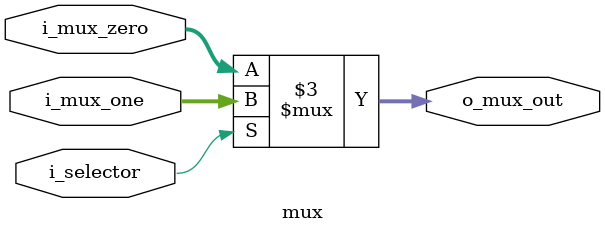
<source format=v>
module mux #(parameter WIDTH = 8) (
	input wire  [WIDTH-1:0] i_mux_one , i_mux_zero ,
	input wire	 	 	    i_selector ,
	output reg  [WIDTH-1:0] o_mux_out 

	);

	always @(*) begin
		if(i_selector) begin
			o_mux_out = i_mux_one ;
		end
		else begin  
			o_mux_out = i_mux_zero ;
		end
	end
endmodule 
</source>
